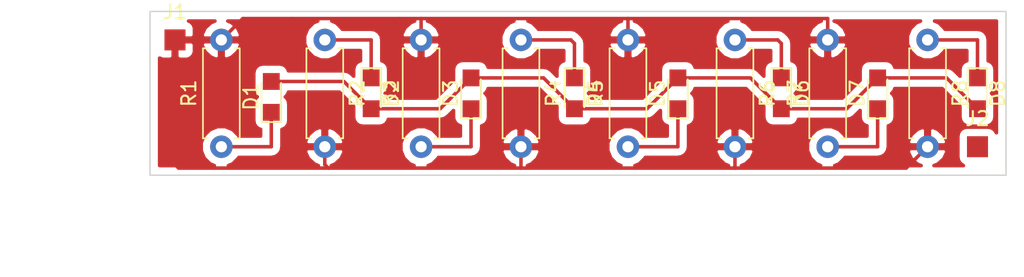
<source format=kicad_pcb>
(kicad_pcb (version 4) (host pcbnew 4.0.6-e0-6349~53~ubuntu16.04.1)

  (general
    (links 24)
    (no_connects 1)
    (area 141.154001 81.861 211.670477 101.600001)
    (thickness 1.6)
    (drawings 6)
    (tracks 53)
    (zones 0)
    (modules 18)
    (nets 11)
  )

  (page A4)
  (layers
    (0 F.Cu signal)
    (31 B.Cu signal)
    (32 B.Adhes user)
    (33 F.Adhes user)
    (34 B.Paste user)
    (35 F.Paste user)
    (36 B.SilkS user)
    (37 F.SilkS user)
    (38 B.Mask user)
    (39 F.Mask user)
    (40 Dwgs.User user)
    (41 Cmts.User user)
    (42 Eco1.User user)
    (43 Eco2.User user)
    (44 Edge.Cuts user)
    (45 Margin user)
    (46 B.CrtYd user)
    (47 F.CrtYd user)
    (48 B.Fab user)
    (49 F.Fab user)
  )

  (setup
    (last_trace_width 0.25)
    (trace_clearance 0.2)
    (zone_clearance 0.508)
    (zone_45_only no)
    (trace_min 0.2)
    (segment_width 0.2)
    (edge_width 0.1)
    (via_size 0.6)
    (via_drill 0.4)
    (via_min_size 0.4)
    (via_min_drill 0.3)
    (uvia_size 0.3)
    (uvia_drill 0.1)
    (uvias_allowed no)
    (uvia_min_size 0.2)
    (uvia_min_drill 0.1)
    (pcb_text_width 0.3)
    (pcb_text_size 1.5 1.5)
    (mod_edge_width 0.15)
    (mod_text_size 1 1)
    (mod_text_width 0.15)
    (pad_size 1.5 1.5)
    (pad_drill 0.6)
    (pad_to_mask_clearance 0)
    (aux_axis_origin 0 0)
    (visible_elements FFFFFF7F)
    (pcbplotparams
      (layerselection 0x00030_80000001)
      (usegerberextensions false)
      (excludeedgelayer true)
      (linewidth 0.100000)
      (plotframeref false)
      (viasonmask false)
      (mode 1)
      (useauxorigin false)
      (hpglpennumber 1)
      (hpglpenspeed 20)
      (hpglpendiameter 15)
      (hpglpenoverlay 2)
      (psnegative false)
      (psa4output false)
      (plotreference true)
      (plotvalue true)
      (plotinvisibletext false)
      (padsonsilk false)
      (subtractmaskfromsilk false)
      (outputformat 1)
      (mirror false)
      (drillshape 1)
      (scaleselection 1)
      (outputdirectory ""))
  )

  (net 0 "")
  (net 1 "Net-(D1-Pad1)")
  (net 2 "Net-(D2-Pad1)")
  (net 3 "Net-(D3-Pad1)")
  (net 4 "Net-(D4-Pad1)")
  (net 5 "Net-(D5-Pad1)")
  (net 6 "Net-(D6-Pad1)")
  (net 7 "Net-(D7-Pad1)")
  (net 8 "Net-(D8-Pad1)")
  (net 9 GNDREF)
  (net 10 /C)

  (net_class Default "This is the default net class."
    (clearance 0.2)
    (trace_width 0.25)
    (via_dia 0.6)
    (via_drill 0.4)
    (uvia_dia 0.3)
    (uvia_drill 0.1)
    (add_net /C)
    (add_net GNDREF)
    (add_net "Net-(D1-Pad1)")
    (add_net "Net-(D2-Pad1)")
    (add_net "Net-(D3-Pad1)")
    (add_net "Net-(D4-Pad1)")
    (add_net "Net-(D5-Pad1)")
    (add_net "Net-(D6-Pad1)")
    (add_net "Net-(D7-Pad1)")
    (add_net "Net-(D8-Pad1)")
  )

  (module LEDs:LED_0805 (layer F.Cu) (tedit 57FE93EC) (tstamp 58E1FC1E)
    (at 157.988 88.9 90)
    (descr "LED 0805 smd package")
    (tags "LED led 0805 SMD smd SMT smt smdled SMDLED smtled SMTLED")
    (path /58DE35E1)
    (attr smd)
    (fp_text reference D1 (at 0 -1.45 90) (layer F.SilkS)
      (effects (font (size 1 1) (thickness 0.15)))
    )
    (fp_text value LED (at 0 1.55 90) (layer F.Fab)
      (effects (font (size 1 1) (thickness 0.15)))
    )
    (fp_line (start -1.8 -0.7) (end -1.8 0.7) (layer F.SilkS) (width 0.12))
    (fp_line (start -0.4 -0.4) (end -0.4 0.4) (layer F.Fab) (width 0.1))
    (fp_line (start -0.4 0) (end 0.2 -0.4) (layer F.Fab) (width 0.1))
    (fp_line (start 0.2 0.4) (end -0.4 0) (layer F.Fab) (width 0.1))
    (fp_line (start 0.2 -0.4) (end 0.2 0.4) (layer F.Fab) (width 0.1))
    (fp_line (start 1 0.6) (end -1 0.6) (layer F.Fab) (width 0.1))
    (fp_line (start 1 -0.6) (end 1 0.6) (layer F.Fab) (width 0.1))
    (fp_line (start -1 -0.6) (end 1 -0.6) (layer F.Fab) (width 0.1))
    (fp_line (start -1 0.6) (end -1 -0.6) (layer F.Fab) (width 0.1))
    (fp_line (start -1.8 0.7) (end 1 0.7) (layer F.SilkS) (width 0.12))
    (fp_line (start -1.8 -0.7) (end 1 -0.7) (layer F.SilkS) (width 0.12))
    (fp_line (start 1.95 -0.85) (end 1.95 0.85) (layer F.CrtYd) (width 0.05))
    (fp_line (start 1.95 0.85) (end -1.95 0.85) (layer F.CrtYd) (width 0.05))
    (fp_line (start -1.95 0.85) (end -1.95 -0.85) (layer F.CrtYd) (width 0.05))
    (fp_line (start -1.95 -0.85) (end 1.95 -0.85) (layer F.CrtYd) (width 0.05))
    (pad 2 smd rect (at 1.1 0 270) (size 1.2 1.2) (layers F.Cu F.Paste F.Mask)
      (net 10 /C))
    (pad 1 smd rect (at -1.1 0 270) (size 1.2 1.2) (layers F.Cu F.Paste F.Mask)
      (net 1 "Net-(D1-Pad1)"))
    (model LEDs.3dshapes/LED_0805.wrl
      (at (xyz 0 0 0))
      (scale (xyz 1 1 1))
      (rotate (xyz 0 0 180))
    )
  )

  (module LEDs:LED_0805 (layer F.Cu) (tedit 57FE93EC) (tstamp 58E1FC24)
    (at 165.1 88.646 270)
    (descr "LED 0805 smd package")
    (tags "LED led 0805 SMD smd SMT smt smdled SMDLED smtled SMTLED")
    (path /58DE3707)
    (attr smd)
    (fp_text reference D2 (at 0 -1.45 270) (layer F.SilkS)
      (effects (font (size 1 1) (thickness 0.15)))
    )
    (fp_text value LED (at 0 1.55 270) (layer F.Fab)
      (effects (font (size 1 1) (thickness 0.15)))
    )
    (fp_line (start -1.8 -0.7) (end -1.8 0.7) (layer F.SilkS) (width 0.12))
    (fp_line (start -0.4 -0.4) (end -0.4 0.4) (layer F.Fab) (width 0.1))
    (fp_line (start -0.4 0) (end 0.2 -0.4) (layer F.Fab) (width 0.1))
    (fp_line (start 0.2 0.4) (end -0.4 0) (layer F.Fab) (width 0.1))
    (fp_line (start 0.2 -0.4) (end 0.2 0.4) (layer F.Fab) (width 0.1))
    (fp_line (start 1 0.6) (end -1 0.6) (layer F.Fab) (width 0.1))
    (fp_line (start 1 -0.6) (end 1 0.6) (layer F.Fab) (width 0.1))
    (fp_line (start -1 -0.6) (end 1 -0.6) (layer F.Fab) (width 0.1))
    (fp_line (start -1 0.6) (end -1 -0.6) (layer F.Fab) (width 0.1))
    (fp_line (start -1.8 0.7) (end 1 0.7) (layer F.SilkS) (width 0.12))
    (fp_line (start -1.8 -0.7) (end 1 -0.7) (layer F.SilkS) (width 0.12))
    (fp_line (start 1.95 -0.85) (end 1.95 0.85) (layer F.CrtYd) (width 0.05))
    (fp_line (start 1.95 0.85) (end -1.95 0.85) (layer F.CrtYd) (width 0.05))
    (fp_line (start -1.95 0.85) (end -1.95 -0.85) (layer F.CrtYd) (width 0.05))
    (fp_line (start -1.95 -0.85) (end 1.95 -0.85) (layer F.CrtYd) (width 0.05))
    (pad 2 smd rect (at 1.1 0 90) (size 1.2 1.2) (layers F.Cu F.Paste F.Mask)
      (net 10 /C))
    (pad 1 smd rect (at -1.1 0 90) (size 1.2 1.2) (layers F.Cu F.Paste F.Mask)
      (net 2 "Net-(D2-Pad1)"))
    (model LEDs.3dshapes/LED_0805.wrl
      (at (xyz 0 0 0))
      (scale (xyz 1 1 1))
      (rotate (xyz 0 0 180))
    )
  )

  (module LEDs:LED_0805 (layer F.Cu) (tedit 57FE93EC) (tstamp 58E1FC2A)
    (at 172.212 88.646 90)
    (descr "LED 0805 smd package")
    (tags "LED led 0805 SMD smd SMT smt smdled SMDLED smtled SMTLED")
    (path /58DE3788)
    (attr smd)
    (fp_text reference D3 (at 0 -1.45 90) (layer F.SilkS)
      (effects (font (size 1 1) (thickness 0.15)))
    )
    (fp_text value LED (at 0 1.55 90) (layer F.Fab)
      (effects (font (size 1 1) (thickness 0.15)))
    )
    (fp_line (start -1.8 -0.7) (end -1.8 0.7) (layer F.SilkS) (width 0.12))
    (fp_line (start -0.4 -0.4) (end -0.4 0.4) (layer F.Fab) (width 0.1))
    (fp_line (start -0.4 0) (end 0.2 -0.4) (layer F.Fab) (width 0.1))
    (fp_line (start 0.2 0.4) (end -0.4 0) (layer F.Fab) (width 0.1))
    (fp_line (start 0.2 -0.4) (end 0.2 0.4) (layer F.Fab) (width 0.1))
    (fp_line (start 1 0.6) (end -1 0.6) (layer F.Fab) (width 0.1))
    (fp_line (start 1 -0.6) (end 1 0.6) (layer F.Fab) (width 0.1))
    (fp_line (start -1 -0.6) (end 1 -0.6) (layer F.Fab) (width 0.1))
    (fp_line (start -1 0.6) (end -1 -0.6) (layer F.Fab) (width 0.1))
    (fp_line (start -1.8 0.7) (end 1 0.7) (layer F.SilkS) (width 0.12))
    (fp_line (start -1.8 -0.7) (end 1 -0.7) (layer F.SilkS) (width 0.12))
    (fp_line (start 1.95 -0.85) (end 1.95 0.85) (layer F.CrtYd) (width 0.05))
    (fp_line (start 1.95 0.85) (end -1.95 0.85) (layer F.CrtYd) (width 0.05))
    (fp_line (start -1.95 0.85) (end -1.95 -0.85) (layer F.CrtYd) (width 0.05))
    (fp_line (start -1.95 -0.85) (end 1.95 -0.85) (layer F.CrtYd) (width 0.05))
    (pad 2 smd rect (at 1.1 0 270) (size 1.2 1.2) (layers F.Cu F.Paste F.Mask)
      (net 10 /C))
    (pad 1 smd rect (at -1.1 0 270) (size 1.2 1.2) (layers F.Cu F.Paste F.Mask)
      (net 3 "Net-(D3-Pad1)"))
    (model LEDs.3dshapes/LED_0805.wrl
      (at (xyz 0 0 0))
      (scale (xyz 1 1 1))
      (rotate (xyz 0 0 180))
    )
  )

  (module LEDs:LED_0805 (layer F.Cu) (tedit 57FE93EC) (tstamp 58E1FC30)
    (at 179.578 88.646 270)
    (descr "LED 0805 smd package")
    (tags "LED led 0805 SMD smd SMT smt smdled SMDLED smtled SMTLED")
    (path /58DE378E)
    (attr smd)
    (fp_text reference D4 (at 0 -1.45 270) (layer F.SilkS)
      (effects (font (size 1 1) (thickness 0.15)))
    )
    (fp_text value LED (at 0 1.55 270) (layer F.Fab)
      (effects (font (size 1 1) (thickness 0.15)))
    )
    (fp_line (start -1.8 -0.7) (end -1.8 0.7) (layer F.SilkS) (width 0.12))
    (fp_line (start -0.4 -0.4) (end -0.4 0.4) (layer F.Fab) (width 0.1))
    (fp_line (start -0.4 0) (end 0.2 -0.4) (layer F.Fab) (width 0.1))
    (fp_line (start 0.2 0.4) (end -0.4 0) (layer F.Fab) (width 0.1))
    (fp_line (start 0.2 -0.4) (end 0.2 0.4) (layer F.Fab) (width 0.1))
    (fp_line (start 1 0.6) (end -1 0.6) (layer F.Fab) (width 0.1))
    (fp_line (start 1 -0.6) (end 1 0.6) (layer F.Fab) (width 0.1))
    (fp_line (start -1 -0.6) (end 1 -0.6) (layer F.Fab) (width 0.1))
    (fp_line (start -1 0.6) (end -1 -0.6) (layer F.Fab) (width 0.1))
    (fp_line (start -1.8 0.7) (end 1 0.7) (layer F.SilkS) (width 0.12))
    (fp_line (start -1.8 -0.7) (end 1 -0.7) (layer F.SilkS) (width 0.12))
    (fp_line (start 1.95 -0.85) (end 1.95 0.85) (layer F.CrtYd) (width 0.05))
    (fp_line (start 1.95 0.85) (end -1.95 0.85) (layer F.CrtYd) (width 0.05))
    (fp_line (start -1.95 0.85) (end -1.95 -0.85) (layer F.CrtYd) (width 0.05))
    (fp_line (start -1.95 -0.85) (end 1.95 -0.85) (layer F.CrtYd) (width 0.05))
    (pad 2 smd rect (at 1.1 0 90) (size 1.2 1.2) (layers F.Cu F.Paste F.Mask)
      (net 10 /C))
    (pad 1 smd rect (at -1.1 0 90) (size 1.2 1.2) (layers F.Cu F.Paste F.Mask)
      (net 4 "Net-(D4-Pad1)"))
    (model LEDs.3dshapes/LED_0805.wrl
      (at (xyz 0 0 0))
      (scale (xyz 1 1 1))
      (rotate (xyz 0 0 180))
    )
  )

  (module LEDs:LED_0805 (layer F.Cu) (tedit 57FE93EC) (tstamp 58E1FC36)
    (at 186.944 88.646 90)
    (descr "LED 0805 smd package")
    (tags "LED led 0805 SMD smd SMT smt smdled SMDLED smtled SMTLED")
    (path /58DE38CC)
    (attr smd)
    (fp_text reference D5 (at 0 -1.45 90) (layer F.SilkS)
      (effects (font (size 1 1) (thickness 0.15)))
    )
    (fp_text value LED (at 0 1.55 90) (layer F.Fab)
      (effects (font (size 1 1) (thickness 0.15)))
    )
    (fp_line (start -1.8 -0.7) (end -1.8 0.7) (layer F.SilkS) (width 0.12))
    (fp_line (start -0.4 -0.4) (end -0.4 0.4) (layer F.Fab) (width 0.1))
    (fp_line (start -0.4 0) (end 0.2 -0.4) (layer F.Fab) (width 0.1))
    (fp_line (start 0.2 0.4) (end -0.4 0) (layer F.Fab) (width 0.1))
    (fp_line (start 0.2 -0.4) (end 0.2 0.4) (layer F.Fab) (width 0.1))
    (fp_line (start 1 0.6) (end -1 0.6) (layer F.Fab) (width 0.1))
    (fp_line (start 1 -0.6) (end 1 0.6) (layer F.Fab) (width 0.1))
    (fp_line (start -1 -0.6) (end 1 -0.6) (layer F.Fab) (width 0.1))
    (fp_line (start -1 0.6) (end -1 -0.6) (layer F.Fab) (width 0.1))
    (fp_line (start -1.8 0.7) (end 1 0.7) (layer F.SilkS) (width 0.12))
    (fp_line (start -1.8 -0.7) (end 1 -0.7) (layer F.SilkS) (width 0.12))
    (fp_line (start 1.95 -0.85) (end 1.95 0.85) (layer F.CrtYd) (width 0.05))
    (fp_line (start 1.95 0.85) (end -1.95 0.85) (layer F.CrtYd) (width 0.05))
    (fp_line (start -1.95 0.85) (end -1.95 -0.85) (layer F.CrtYd) (width 0.05))
    (fp_line (start -1.95 -0.85) (end 1.95 -0.85) (layer F.CrtYd) (width 0.05))
    (pad 2 smd rect (at 1.1 0 270) (size 1.2 1.2) (layers F.Cu F.Paste F.Mask)
      (net 10 /C))
    (pad 1 smd rect (at -1.1 0 270) (size 1.2 1.2) (layers F.Cu F.Paste F.Mask)
      (net 5 "Net-(D5-Pad1)"))
    (model LEDs.3dshapes/LED_0805.wrl
      (at (xyz 0 0 0))
      (scale (xyz 1 1 1))
      (rotate (xyz 0 0 180))
    )
  )

  (module LEDs:LED_0805 (layer F.Cu) (tedit 57FE93EC) (tstamp 58E1FC3C)
    (at 194.31 88.646 270)
    (descr "LED 0805 smd package")
    (tags "LED led 0805 SMD smd SMT smt smdled SMDLED smtled SMTLED")
    (path /58DE38D2)
    (attr smd)
    (fp_text reference D6 (at 0 -1.45 270) (layer F.SilkS)
      (effects (font (size 1 1) (thickness 0.15)))
    )
    (fp_text value LED (at 0 1.55 270) (layer F.Fab)
      (effects (font (size 1 1) (thickness 0.15)))
    )
    (fp_line (start -1.8 -0.7) (end -1.8 0.7) (layer F.SilkS) (width 0.12))
    (fp_line (start -0.4 -0.4) (end -0.4 0.4) (layer F.Fab) (width 0.1))
    (fp_line (start -0.4 0) (end 0.2 -0.4) (layer F.Fab) (width 0.1))
    (fp_line (start 0.2 0.4) (end -0.4 0) (layer F.Fab) (width 0.1))
    (fp_line (start 0.2 -0.4) (end 0.2 0.4) (layer F.Fab) (width 0.1))
    (fp_line (start 1 0.6) (end -1 0.6) (layer F.Fab) (width 0.1))
    (fp_line (start 1 -0.6) (end 1 0.6) (layer F.Fab) (width 0.1))
    (fp_line (start -1 -0.6) (end 1 -0.6) (layer F.Fab) (width 0.1))
    (fp_line (start -1 0.6) (end -1 -0.6) (layer F.Fab) (width 0.1))
    (fp_line (start -1.8 0.7) (end 1 0.7) (layer F.SilkS) (width 0.12))
    (fp_line (start -1.8 -0.7) (end 1 -0.7) (layer F.SilkS) (width 0.12))
    (fp_line (start 1.95 -0.85) (end 1.95 0.85) (layer F.CrtYd) (width 0.05))
    (fp_line (start 1.95 0.85) (end -1.95 0.85) (layer F.CrtYd) (width 0.05))
    (fp_line (start -1.95 0.85) (end -1.95 -0.85) (layer F.CrtYd) (width 0.05))
    (fp_line (start -1.95 -0.85) (end 1.95 -0.85) (layer F.CrtYd) (width 0.05))
    (pad 2 smd rect (at 1.1 0 90) (size 1.2 1.2) (layers F.Cu F.Paste F.Mask)
      (net 10 /C))
    (pad 1 smd rect (at -1.1 0 90) (size 1.2 1.2) (layers F.Cu F.Paste F.Mask)
      (net 6 "Net-(D6-Pad1)"))
    (model LEDs.3dshapes/LED_0805.wrl
      (at (xyz 0 0 0))
      (scale (xyz 1 1 1))
      (rotate (xyz 0 0 180))
    )
  )

  (module LEDs:LED_0805 (layer F.Cu) (tedit 57FE93EC) (tstamp 58E1FC42)
    (at 201.168 88.646 90)
    (descr "LED 0805 smd package")
    (tags "LED led 0805 SMD smd SMT smt smdled SMDLED smtled SMTLED")
    (path /58DE38D8)
    (attr smd)
    (fp_text reference D7 (at 0 -1.45 90) (layer F.SilkS)
      (effects (font (size 1 1) (thickness 0.15)))
    )
    (fp_text value LED (at 0 1.55 90) (layer F.Fab)
      (effects (font (size 1 1) (thickness 0.15)))
    )
    (fp_line (start -1.8 -0.7) (end -1.8 0.7) (layer F.SilkS) (width 0.12))
    (fp_line (start -0.4 -0.4) (end -0.4 0.4) (layer F.Fab) (width 0.1))
    (fp_line (start -0.4 0) (end 0.2 -0.4) (layer F.Fab) (width 0.1))
    (fp_line (start 0.2 0.4) (end -0.4 0) (layer F.Fab) (width 0.1))
    (fp_line (start 0.2 -0.4) (end 0.2 0.4) (layer F.Fab) (width 0.1))
    (fp_line (start 1 0.6) (end -1 0.6) (layer F.Fab) (width 0.1))
    (fp_line (start 1 -0.6) (end 1 0.6) (layer F.Fab) (width 0.1))
    (fp_line (start -1 -0.6) (end 1 -0.6) (layer F.Fab) (width 0.1))
    (fp_line (start -1 0.6) (end -1 -0.6) (layer F.Fab) (width 0.1))
    (fp_line (start -1.8 0.7) (end 1 0.7) (layer F.SilkS) (width 0.12))
    (fp_line (start -1.8 -0.7) (end 1 -0.7) (layer F.SilkS) (width 0.12))
    (fp_line (start 1.95 -0.85) (end 1.95 0.85) (layer F.CrtYd) (width 0.05))
    (fp_line (start 1.95 0.85) (end -1.95 0.85) (layer F.CrtYd) (width 0.05))
    (fp_line (start -1.95 0.85) (end -1.95 -0.85) (layer F.CrtYd) (width 0.05))
    (fp_line (start -1.95 -0.85) (end 1.95 -0.85) (layer F.CrtYd) (width 0.05))
    (pad 2 smd rect (at 1.1 0 270) (size 1.2 1.2) (layers F.Cu F.Paste F.Mask)
      (net 10 /C))
    (pad 1 smd rect (at -1.1 0 270) (size 1.2 1.2) (layers F.Cu F.Paste F.Mask)
      (net 7 "Net-(D7-Pad1)"))
    (model LEDs.3dshapes/LED_0805.wrl
      (at (xyz 0 0 0))
      (scale (xyz 1 1 1))
      (rotate (xyz 0 0 180))
    )
  )

  (module LEDs:LED_0805 (layer F.Cu) (tedit 57FE93EC) (tstamp 58E1FC48)
    (at 208.28 88.646 270)
    (descr "LED 0805 smd package")
    (tags "LED led 0805 SMD smd SMT smt smdled SMDLED smtled SMTLED")
    (path /58DE38DE)
    (attr smd)
    (fp_text reference D8 (at 0 -1.45 270) (layer F.SilkS)
      (effects (font (size 1 1) (thickness 0.15)))
    )
    (fp_text value LED (at 0 1.55 270) (layer F.Fab)
      (effects (font (size 1 1) (thickness 0.15)))
    )
    (fp_line (start -1.8 -0.7) (end -1.8 0.7) (layer F.SilkS) (width 0.12))
    (fp_line (start -0.4 -0.4) (end -0.4 0.4) (layer F.Fab) (width 0.1))
    (fp_line (start -0.4 0) (end 0.2 -0.4) (layer F.Fab) (width 0.1))
    (fp_line (start 0.2 0.4) (end -0.4 0) (layer F.Fab) (width 0.1))
    (fp_line (start 0.2 -0.4) (end 0.2 0.4) (layer F.Fab) (width 0.1))
    (fp_line (start 1 0.6) (end -1 0.6) (layer F.Fab) (width 0.1))
    (fp_line (start 1 -0.6) (end 1 0.6) (layer F.Fab) (width 0.1))
    (fp_line (start -1 -0.6) (end 1 -0.6) (layer F.Fab) (width 0.1))
    (fp_line (start -1 0.6) (end -1 -0.6) (layer F.Fab) (width 0.1))
    (fp_line (start -1.8 0.7) (end 1 0.7) (layer F.SilkS) (width 0.12))
    (fp_line (start -1.8 -0.7) (end 1 -0.7) (layer F.SilkS) (width 0.12))
    (fp_line (start 1.95 -0.85) (end 1.95 0.85) (layer F.CrtYd) (width 0.05))
    (fp_line (start 1.95 0.85) (end -1.95 0.85) (layer F.CrtYd) (width 0.05))
    (fp_line (start -1.95 0.85) (end -1.95 -0.85) (layer F.CrtYd) (width 0.05))
    (fp_line (start -1.95 -0.85) (end 1.95 -0.85) (layer F.CrtYd) (width 0.05))
    (pad 2 smd rect (at 1.1 0 90) (size 1.2 1.2) (layers F.Cu F.Paste F.Mask)
      (net 10 /C))
    (pad 1 smd rect (at -1.1 0 90) (size 1.2 1.2) (layers F.Cu F.Paste F.Mask)
      (net 8 "Net-(D8-Pad1)"))
    (model LEDs.3dshapes/LED_0805.wrl
      (at (xyz 0 0 0))
      (scale (xyz 1 1 1))
      (rotate (xyz 0 0 180))
    )
  )

  (module Measurement_Points:Measurement_Point_Square-SMD-Pad_Small (layer F.Cu) (tedit 56C36007) (tstamp 58E1FC4D)
    (at 151.13 84.836)
    (descr "Mesurement Point, Square, SMD Pad,  1.5mm x 1.5mm,")
    (tags "Mesurement Point Square SMD Pad 1.5x1.5mm")
    (path /58DF58BA)
    (attr virtual)
    (fp_text reference J1 (at 0 -2) (layer F.SilkS)
      (effects (font (size 1 1) (thickness 0.15)))
    )
    (fp_text value Rows (at 0 2) (layer F.Fab)
      (effects (font (size 1 1) (thickness 0.15)))
    )
    (fp_line (start -1 -1) (end 1 -1) (layer F.CrtYd) (width 0.05))
    (fp_line (start 1 -1) (end 1 1) (layer F.CrtYd) (width 0.05))
    (fp_line (start 1 1) (end -1 1) (layer F.CrtYd) (width 0.05))
    (fp_line (start -1 1) (end -1 -1) (layer F.CrtYd) (width 0.05))
    (pad 1 smd rect (at 0 0) (size 1.5 1.5) (layers F.Cu F.Mask)
      (net 9 GNDREF))
  )

  (module Measurement_Points:Measurement_Point_Square-SMD-Pad_Small (layer F.Cu) (tedit 56C36007) (tstamp 58E1FC52)
    (at 208.28 92.456)
    (descr "Mesurement Point, Square, SMD Pad,  1.5mm x 1.5mm,")
    (tags "Mesurement Point Square SMD Pad 1.5x1.5mm")
    (path /58DF592F)
    (attr virtual)
    (fp_text reference J2 (at 0 -2) (layer F.SilkS)
      (effects (font (size 1 1) (thickness 0.15)))
    )
    (fp_text value Columns (at 0 2) (layer F.Fab)
      (effects (font (size 1 1) (thickness 0.15)))
    )
    (fp_line (start -1 -1) (end 1 -1) (layer F.CrtYd) (width 0.05))
    (fp_line (start 1 -1) (end 1 1) (layer F.CrtYd) (width 0.05))
    (fp_line (start 1 1) (end -1 1) (layer F.CrtYd) (width 0.05))
    (fp_line (start -1 1) (end -1 -1) (layer F.CrtYd) (width 0.05))
    (pad 1 smd rect (at 0 0) (size 1.5 1.5) (layers F.Cu F.Mask)
      (net 10 /C))
  )

  (module Resistors_THT:R_Axial_DIN0207_L6.3mm_D2.5mm_P7.62mm_Horizontal (layer F.Cu) (tedit 5874F706) (tstamp 58E1FC58)
    (at 154.432 92.456 90)
    (descr "Resistor, Axial_DIN0207 series, Axial, Horizontal, pin pitch=7.62mm, 0.25W = 1/4W, length*diameter=6.3*2.5mm^2, http://cdn-reichelt.de/documents/datenblatt/B400/1_4W%23YAG.pdf")
    (tags "Resistor Axial_DIN0207 series Axial Horizontal pin pitch 7.62mm 0.25W = 1/4W length 6.3mm diameter 2.5mm")
    (path /58DF6766)
    (fp_text reference R1 (at 3.81 -2.31 90) (layer F.SilkS)
      (effects (font (size 1 1) (thickness 0.15)))
    )
    (fp_text value 37 (at 3.81 2.31 90) (layer F.Fab)
      (effects (font (size 1 1) (thickness 0.15)))
    )
    (fp_line (start 0.66 -1.25) (end 0.66 1.25) (layer F.Fab) (width 0.1))
    (fp_line (start 0.66 1.25) (end 6.96 1.25) (layer F.Fab) (width 0.1))
    (fp_line (start 6.96 1.25) (end 6.96 -1.25) (layer F.Fab) (width 0.1))
    (fp_line (start 6.96 -1.25) (end 0.66 -1.25) (layer F.Fab) (width 0.1))
    (fp_line (start 0 0) (end 0.66 0) (layer F.Fab) (width 0.1))
    (fp_line (start 7.62 0) (end 6.96 0) (layer F.Fab) (width 0.1))
    (fp_line (start 0.6 -0.98) (end 0.6 -1.31) (layer F.SilkS) (width 0.12))
    (fp_line (start 0.6 -1.31) (end 7.02 -1.31) (layer F.SilkS) (width 0.12))
    (fp_line (start 7.02 -1.31) (end 7.02 -0.98) (layer F.SilkS) (width 0.12))
    (fp_line (start 0.6 0.98) (end 0.6 1.31) (layer F.SilkS) (width 0.12))
    (fp_line (start 0.6 1.31) (end 7.02 1.31) (layer F.SilkS) (width 0.12))
    (fp_line (start 7.02 1.31) (end 7.02 0.98) (layer F.SilkS) (width 0.12))
    (fp_line (start -1.05 -1.6) (end -1.05 1.6) (layer F.CrtYd) (width 0.05))
    (fp_line (start -1.05 1.6) (end 8.7 1.6) (layer F.CrtYd) (width 0.05))
    (fp_line (start 8.7 1.6) (end 8.7 -1.6) (layer F.CrtYd) (width 0.05))
    (fp_line (start 8.7 -1.6) (end -1.05 -1.6) (layer F.CrtYd) (width 0.05))
    (pad 1 thru_hole circle (at 0 0 90) (size 1.6 1.6) (drill 0.8) (layers *.Cu *.Mask)
      (net 1 "Net-(D1-Pad1)"))
    (pad 2 thru_hole oval (at 7.62 0 90) (size 1.6 1.6) (drill 0.8) (layers *.Cu *.Mask)
      (net 9 GNDREF))
    (model Resistors_THT.3dshapes/R_Axial_DIN0207_L6.3mm_D2.5mm_P7.62mm_Horizontal.wrl
      (at (xyz 0 0 0))
      (scale (xyz 0.393701 0.393701 0.393701))
      (rotate (xyz 0 0 0))
    )
  )

  (module Resistors_THT:R_Axial_DIN0207_L6.3mm_D2.5mm_P7.62mm_Horizontal (layer F.Cu) (tedit 5874F706) (tstamp 58E1FC5E)
    (at 161.798 84.836 270)
    (descr "Resistor, Axial_DIN0207 series, Axial, Horizontal, pin pitch=7.62mm, 0.25W = 1/4W, length*diameter=6.3*2.5mm^2, http://cdn-reichelt.de/documents/datenblatt/B400/1_4W%23YAG.pdf")
    (tags "Resistor Axial_DIN0207 series Axial Horizontal pin pitch 7.62mm 0.25W = 1/4W length 6.3mm diameter 2.5mm")
    (path /58DF6ACF)
    (fp_text reference R2 (at 3.81 -2.31 270) (layer F.SilkS)
      (effects (font (size 1 1) (thickness 0.15)))
    )
    (fp_text value 37 (at 3.81 2.31 270) (layer F.Fab)
      (effects (font (size 1 1) (thickness 0.15)))
    )
    (fp_line (start 0.66 -1.25) (end 0.66 1.25) (layer F.Fab) (width 0.1))
    (fp_line (start 0.66 1.25) (end 6.96 1.25) (layer F.Fab) (width 0.1))
    (fp_line (start 6.96 1.25) (end 6.96 -1.25) (layer F.Fab) (width 0.1))
    (fp_line (start 6.96 -1.25) (end 0.66 -1.25) (layer F.Fab) (width 0.1))
    (fp_line (start 0 0) (end 0.66 0) (layer F.Fab) (width 0.1))
    (fp_line (start 7.62 0) (end 6.96 0) (layer F.Fab) (width 0.1))
    (fp_line (start 0.6 -0.98) (end 0.6 -1.31) (layer F.SilkS) (width 0.12))
    (fp_line (start 0.6 -1.31) (end 7.02 -1.31) (layer F.SilkS) (width 0.12))
    (fp_line (start 7.02 -1.31) (end 7.02 -0.98) (layer F.SilkS) (width 0.12))
    (fp_line (start 0.6 0.98) (end 0.6 1.31) (layer F.SilkS) (width 0.12))
    (fp_line (start 0.6 1.31) (end 7.02 1.31) (layer F.SilkS) (width 0.12))
    (fp_line (start 7.02 1.31) (end 7.02 0.98) (layer F.SilkS) (width 0.12))
    (fp_line (start -1.05 -1.6) (end -1.05 1.6) (layer F.CrtYd) (width 0.05))
    (fp_line (start -1.05 1.6) (end 8.7 1.6) (layer F.CrtYd) (width 0.05))
    (fp_line (start 8.7 1.6) (end 8.7 -1.6) (layer F.CrtYd) (width 0.05))
    (fp_line (start 8.7 -1.6) (end -1.05 -1.6) (layer F.CrtYd) (width 0.05))
    (pad 1 thru_hole circle (at 0 0 270) (size 1.6 1.6) (drill 0.8) (layers *.Cu *.Mask)
      (net 2 "Net-(D2-Pad1)"))
    (pad 2 thru_hole oval (at 7.62 0 270) (size 1.6 1.6) (drill 0.8) (layers *.Cu *.Mask)
      (net 9 GNDREF))
    (model Resistors_THT.3dshapes/R_Axial_DIN0207_L6.3mm_D2.5mm_P7.62mm_Horizontal.wrl
      (at (xyz 0 0 0))
      (scale (xyz 0.393701 0.393701 0.393701))
      (rotate (xyz 0 0 0))
    )
  )

  (module Resistors_THT:R_Axial_DIN0207_L6.3mm_D2.5mm_P7.62mm_Horizontal (layer F.Cu) (tedit 5874F706) (tstamp 58E1FC64)
    (at 168.656 92.456 90)
    (descr "Resistor, Axial_DIN0207 series, Axial, Horizontal, pin pitch=7.62mm, 0.25W = 1/4W, length*diameter=6.3*2.5mm^2, http://cdn-reichelt.de/documents/datenblatt/B400/1_4W%23YAG.pdf")
    (tags "Resistor Axial_DIN0207 series Axial Horizontal pin pitch 7.62mm 0.25W = 1/4W length 6.3mm diameter 2.5mm")
    (path /58DF73C1)
    (fp_text reference R3 (at 3.81 -2.31 90) (layer F.SilkS)
      (effects (font (size 1 1) (thickness 0.15)))
    )
    (fp_text value 37 (at 3.81 2.31 90) (layer F.Fab)
      (effects (font (size 1 1) (thickness 0.15)))
    )
    (fp_line (start 0.66 -1.25) (end 0.66 1.25) (layer F.Fab) (width 0.1))
    (fp_line (start 0.66 1.25) (end 6.96 1.25) (layer F.Fab) (width 0.1))
    (fp_line (start 6.96 1.25) (end 6.96 -1.25) (layer F.Fab) (width 0.1))
    (fp_line (start 6.96 -1.25) (end 0.66 -1.25) (layer F.Fab) (width 0.1))
    (fp_line (start 0 0) (end 0.66 0) (layer F.Fab) (width 0.1))
    (fp_line (start 7.62 0) (end 6.96 0) (layer F.Fab) (width 0.1))
    (fp_line (start 0.6 -0.98) (end 0.6 -1.31) (layer F.SilkS) (width 0.12))
    (fp_line (start 0.6 -1.31) (end 7.02 -1.31) (layer F.SilkS) (width 0.12))
    (fp_line (start 7.02 -1.31) (end 7.02 -0.98) (layer F.SilkS) (width 0.12))
    (fp_line (start 0.6 0.98) (end 0.6 1.31) (layer F.SilkS) (width 0.12))
    (fp_line (start 0.6 1.31) (end 7.02 1.31) (layer F.SilkS) (width 0.12))
    (fp_line (start 7.02 1.31) (end 7.02 0.98) (layer F.SilkS) (width 0.12))
    (fp_line (start -1.05 -1.6) (end -1.05 1.6) (layer F.CrtYd) (width 0.05))
    (fp_line (start -1.05 1.6) (end 8.7 1.6) (layer F.CrtYd) (width 0.05))
    (fp_line (start 8.7 1.6) (end 8.7 -1.6) (layer F.CrtYd) (width 0.05))
    (fp_line (start 8.7 -1.6) (end -1.05 -1.6) (layer F.CrtYd) (width 0.05))
    (pad 1 thru_hole circle (at 0 0 90) (size 1.6 1.6) (drill 0.8) (layers *.Cu *.Mask)
      (net 3 "Net-(D3-Pad1)"))
    (pad 2 thru_hole oval (at 7.62 0 90) (size 1.6 1.6) (drill 0.8) (layers *.Cu *.Mask)
      (net 9 GNDREF))
    (model Resistors_THT.3dshapes/R_Axial_DIN0207_L6.3mm_D2.5mm_P7.62mm_Horizontal.wrl
      (at (xyz 0 0 0))
      (scale (xyz 0.393701 0.393701 0.393701))
      (rotate (xyz 0 0 0))
    )
  )

  (module Resistors_THT:R_Axial_DIN0207_L6.3mm_D2.5mm_P7.62mm_Horizontal (layer F.Cu) (tedit 5874F706) (tstamp 58E1FC6A)
    (at 175.768 84.836 270)
    (descr "Resistor, Axial_DIN0207 series, Axial, Horizontal, pin pitch=7.62mm, 0.25W = 1/4W, length*diameter=6.3*2.5mm^2, http://cdn-reichelt.de/documents/datenblatt/B400/1_4W%23YAG.pdf")
    (tags "Resistor Axial_DIN0207 series Axial Horizontal pin pitch 7.62mm 0.25W = 1/4W length 6.3mm diameter 2.5mm")
    (path /58DF73C7)
    (fp_text reference R4 (at 3.81 -2.31 270) (layer F.SilkS)
      (effects (font (size 1 1) (thickness 0.15)))
    )
    (fp_text value 37 (at 3.81 2.31 270) (layer F.Fab)
      (effects (font (size 1 1) (thickness 0.15)))
    )
    (fp_line (start 0.66 -1.25) (end 0.66 1.25) (layer F.Fab) (width 0.1))
    (fp_line (start 0.66 1.25) (end 6.96 1.25) (layer F.Fab) (width 0.1))
    (fp_line (start 6.96 1.25) (end 6.96 -1.25) (layer F.Fab) (width 0.1))
    (fp_line (start 6.96 -1.25) (end 0.66 -1.25) (layer F.Fab) (width 0.1))
    (fp_line (start 0 0) (end 0.66 0) (layer F.Fab) (width 0.1))
    (fp_line (start 7.62 0) (end 6.96 0) (layer F.Fab) (width 0.1))
    (fp_line (start 0.6 -0.98) (end 0.6 -1.31) (layer F.SilkS) (width 0.12))
    (fp_line (start 0.6 -1.31) (end 7.02 -1.31) (layer F.SilkS) (width 0.12))
    (fp_line (start 7.02 -1.31) (end 7.02 -0.98) (layer F.SilkS) (width 0.12))
    (fp_line (start 0.6 0.98) (end 0.6 1.31) (layer F.SilkS) (width 0.12))
    (fp_line (start 0.6 1.31) (end 7.02 1.31) (layer F.SilkS) (width 0.12))
    (fp_line (start 7.02 1.31) (end 7.02 0.98) (layer F.SilkS) (width 0.12))
    (fp_line (start -1.05 -1.6) (end -1.05 1.6) (layer F.CrtYd) (width 0.05))
    (fp_line (start -1.05 1.6) (end 8.7 1.6) (layer F.CrtYd) (width 0.05))
    (fp_line (start 8.7 1.6) (end 8.7 -1.6) (layer F.CrtYd) (width 0.05))
    (fp_line (start 8.7 -1.6) (end -1.05 -1.6) (layer F.CrtYd) (width 0.05))
    (pad 1 thru_hole circle (at 0 0 270) (size 1.6 1.6) (drill 0.8) (layers *.Cu *.Mask)
      (net 4 "Net-(D4-Pad1)"))
    (pad 2 thru_hole oval (at 7.62 0 270) (size 1.6 1.6) (drill 0.8) (layers *.Cu *.Mask)
      (net 9 GNDREF))
    (model Resistors_THT.3dshapes/R_Axial_DIN0207_L6.3mm_D2.5mm_P7.62mm_Horizontal.wrl
      (at (xyz 0 0 0))
      (scale (xyz 0.393701 0.393701 0.393701))
      (rotate (xyz 0 0 0))
    )
  )

  (module Resistors_THT:R_Axial_DIN0207_L6.3mm_D2.5mm_P7.62mm_Horizontal (layer F.Cu) (tedit 5874F706) (tstamp 58E1FC70)
    (at 183.388 92.456 90)
    (descr "Resistor, Axial_DIN0207 series, Axial, Horizontal, pin pitch=7.62mm, 0.25W = 1/4W, length*diameter=6.3*2.5mm^2, http://cdn-reichelt.de/documents/datenblatt/B400/1_4W%23YAG.pdf")
    (tags "Resistor Axial_DIN0207 series Axial Horizontal pin pitch 7.62mm 0.25W = 1/4W length 6.3mm diameter 2.5mm")
    (path /58DF74D9)
    (fp_text reference R5 (at 3.81 -2.31 90) (layer F.SilkS)
      (effects (font (size 1 1) (thickness 0.15)))
    )
    (fp_text value 37 (at 3.81 2.31 90) (layer F.Fab)
      (effects (font (size 1 1) (thickness 0.15)))
    )
    (fp_line (start 0.66 -1.25) (end 0.66 1.25) (layer F.Fab) (width 0.1))
    (fp_line (start 0.66 1.25) (end 6.96 1.25) (layer F.Fab) (width 0.1))
    (fp_line (start 6.96 1.25) (end 6.96 -1.25) (layer F.Fab) (width 0.1))
    (fp_line (start 6.96 -1.25) (end 0.66 -1.25) (layer F.Fab) (width 0.1))
    (fp_line (start 0 0) (end 0.66 0) (layer F.Fab) (width 0.1))
    (fp_line (start 7.62 0) (end 6.96 0) (layer F.Fab) (width 0.1))
    (fp_line (start 0.6 -0.98) (end 0.6 -1.31) (layer F.SilkS) (width 0.12))
    (fp_line (start 0.6 -1.31) (end 7.02 -1.31) (layer F.SilkS) (width 0.12))
    (fp_line (start 7.02 -1.31) (end 7.02 -0.98) (layer F.SilkS) (width 0.12))
    (fp_line (start 0.6 0.98) (end 0.6 1.31) (layer F.SilkS) (width 0.12))
    (fp_line (start 0.6 1.31) (end 7.02 1.31) (layer F.SilkS) (width 0.12))
    (fp_line (start 7.02 1.31) (end 7.02 0.98) (layer F.SilkS) (width 0.12))
    (fp_line (start -1.05 -1.6) (end -1.05 1.6) (layer F.CrtYd) (width 0.05))
    (fp_line (start -1.05 1.6) (end 8.7 1.6) (layer F.CrtYd) (width 0.05))
    (fp_line (start 8.7 1.6) (end 8.7 -1.6) (layer F.CrtYd) (width 0.05))
    (fp_line (start 8.7 -1.6) (end -1.05 -1.6) (layer F.CrtYd) (width 0.05))
    (pad 1 thru_hole circle (at 0 0 90) (size 1.6 1.6) (drill 0.8) (layers *.Cu *.Mask)
      (net 5 "Net-(D5-Pad1)"))
    (pad 2 thru_hole oval (at 7.62 0 90) (size 1.6 1.6) (drill 0.8) (layers *.Cu *.Mask)
      (net 9 GNDREF))
    (model Resistors_THT.3dshapes/R_Axial_DIN0207_L6.3mm_D2.5mm_P7.62mm_Horizontal.wrl
      (at (xyz 0 0 0))
      (scale (xyz 0.393701 0.393701 0.393701))
      (rotate (xyz 0 0 0))
    )
  )

  (module Resistors_THT:R_Axial_DIN0207_L6.3mm_D2.5mm_P7.62mm_Horizontal (layer F.Cu) (tedit 5874F706) (tstamp 58E1FC76)
    (at 191.008 84.836 270)
    (descr "Resistor, Axial_DIN0207 series, Axial, Horizontal, pin pitch=7.62mm, 0.25W = 1/4W, length*diameter=6.3*2.5mm^2, http://cdn-reichelt.de/documents/datenblatt/B400/1_4W%23YAG.pdf")
    (tags "Resistor Axial_DIN0207 series Axial Horizontal pin pitch 7.62mm 0.25W = 1/4W length 6.3mm diameter 2.5mm")
    (path /58DF74DF)
    (fp_text reference R6 (at 3.81 -2.31 270) (layer F.SilkS)
      (effects (font (size 1 1) (thickness 0.15)))
    )
    (fp_text value 37 (at 3.81 2.31 270) (layer F.Fab)
      (effects (font (size 1 1) (thickness 0.15)))
    )
    (fp_line (start 0.66 -1.25) (end 0.66 1.25) (layer F.Fab) (width 0.1))
    (fp_line (start 0.66 1.25) (end 6.96 1.25) (layer F.Fab) (width 0.1))
    (fp_line (start 6.96 1.25) (end 6.96 -1.25) (layer F.Fab) (width 0.1))
    (fp_line (start 6.96 -1.25) (end 0.66 -1.25) (layer F.Fab) (width 0.1))
    (fp_line (start 0 0) (end 0.66 0) (layer F.Fab) (width 0.1))
    (fp_line (start 7.62 0) (end 6.96 0) (layer F.Fab) (width 0.1))
    (fp_line (start 0.6 -0.98) (end 0.6 -1.31) (layer F.SilkS) (width 0.12))
    (fp_line (start 0.6 -1.31) (end 7.02 -1.31) (layer F.SilkS) (width 0.12))
    (fp_line (start 7.02 -1.31) (end 7.02 -0.98) (layer F.SilkS) (width 0.12))
    (fp_line (start 0.6 0.98) (end 0.6 1.31) (layer F.SilkS) (width 0.12))
    (fp_line (start 0.6 1.31) (end 7.02 1.31) (layer F.SilkS) (width 0.12))
    (fp_line (start 7.02 1.31) (end 7.02 0.98) (layer F.SilkS) (width 0.12))
    (fp_line (start -1.05 -1.6) (end -1.05 1.6) (layer F.CrtYd) (width 0.05))
    (fp_line (start -1.05 1.6) (end 8.7 1.6) (layer F.CrtYd) (width 0.05))
    (fp_line (start 8.7 1.6) (end 8.7 -1.6) (layer F.CrtYd) (width 0.05))
    (fp_line (start 8.7 -1.6) (end -1.05 -1.6) (layer F.CrtYd) (width 0.05))
    (pad 1 thru_hole circle (at 0 0 270) (size 1.6 1.6) (drill 0.8) (layers *.Cu *.Mask)
      (net 6 "Net-(D6-Pad1)"))
    (pad 2 thru_hole oval (at 7.62 0 270) (size 1.6 1.6) (drill 0.8) (layers *.Cu *.Mask)
      (net 9 GNDREF))
    (model Resistors_THT.3dshapes/R_Axial_DIN0207_L6.3mm_D2.5mm_P7.62mm_Horizontal.wrl
      (at (xyz 0 0 0))
      (scale (xyz 0.393701 0.393701 0.393701))
      (rotate (xyz 0 0 0))
    )
  )

  (module Resistors_THT:R_Axial_DIN0207_L6.3mm_D2.5mm_P7.62mm_Horizontal (layer F.Cu) (tedit 5874F706) (tstamp 58E1FC7C)
    (at 197.612 92.456 90)
    (descr "Resistor, Axial_DIN0207 series, Axial, Horizontal, pin pitch=7.62mm, 0.25W = 1/4W, length*diameter=6.3*2.5mm^2, http://cdn-reichelt.de/documents/datenblatt/B400/1_4W%23YAG.pdf")
    (tags "Resistor Axial_DIN0207 series Axial Horizontal pin pitch 7.62mm 0.25W = 1/4W length 6.3mm diameter 2.5mm")
    (path /58DF74E5)
    (fp_text reference R7 (at 3.81 -2.31 90) (layer F.SilkS)
      (effects (font (size 1 1) (thickness 0.15)))
    )
    (fp_text value 37 (at 3.81 2.31 90) (layer F.Fab)
      (effects (font (size 1 1) (thickness 0.15)))
    )
    (fp_line (start 0.66 -1.25) (end 0.66 1.25) (layer F.Fab) (width 0.1))
    (fp_line (start 0.66 1.25) (end 6.96 1.25) (layer F.Fab) (width 0.1))
    (fp_line (start 6.96 1.25) (end 6.96 -1.25) (layer F.Fab) (width 0.1))
    (fp_line (start 6.96 -1.25) (end 0.66 -1.25) (layer F.Fab) (width 0.1))
    (fp_line (start 0 0) (end 0.66 0) (layer F.Fab) (width 0.1))
    (fp_line (start 7.62 0) (end 6.96 0) (layer F.Fab) (width 0.1))
    (fp_line (start 0.6 -0.98) (end 0.6 -1.31) (layer F.SilkS) (width 0.12))
    (fp_line (start 0.6 -1.31) (end 7.02 -1.31) (layer F.SilkS) (width 0.12))
    (fp_line (start 7.02 -1.31) (end 7.02 -0.98) (layer F.SilkS) (width 0.12))
    (fp_line (start 0.6 0.98) (end 0.6 1.31) (layer F.SilkS) (width 0.12))
    (fp_line (start 0.6 1.31) (end 7.02 1.31) (layer F.SilkS) (width 0.12))
    (fp_line (start 7.02 1.31) (end 7.02 0.98) (layer F.SilkS) (width 0.12))
    (fp_line (start -1.05 -1.6) (end -1.05 1.6) (layer F.CrtYd) (width 0.05))
    (fp_line (start -1.05 1.6) (end 8.7 1.6) (layer F.CrtYd) (width 0.05))
    (fp_line (start 8.7 1.6) (end 8.7 -1.6) (layer F.CrtYd) (width 0.05))
    (fp_line (start 8.7 -1.6) (end -1.05 -1.6) (layer F.CrtYd) (width 0.05))
    (pad 1 thru_hole circle (at 0 0 90) (size 1.6 1.6) (drill 0.8) (layers *.Cu *.Mask)
      (net 7 "Net-(D7-Pad1)"))
    (pad 2 thru_hole oval (at 7.62 0 90) (size 1.6 1.6) (drill 0.8) (layers *.Cu *.Mask)
      (net 9 GNDREF))
    (model Resistors_THT.3dshapes/R_Axial_DIN0207_L6.3mm_D2.5mm_P7.62mm_Horizontal.wrl
      (at (xyz 0 0 0))
      (scale (xyz 0.393701 0.393701 0.393701))
      (rotate (xyz 0 0 0))
    )
  )

  (module Resistors_THT:R_Axial_DIN0207_L6.3mm_D2.5mm_P7.62mm_Horizontal (layer F.Cu) (tedit 5874F706) (tstamp 58E1FC82)
    (at 204.724 84.836 270)
    (descr "Resistor, Axial_DIN0207 series, Axial, Horizontal, pin pitch=7.62mm, 0.25W = 1/4W, length*diameter=6.3*2.5mm^2, http://cdn-reichelt.de/documents/datenblatt/B400/1_4W%23YAG.pdf")
    (tags "Resistor Axial_DIN0207 series Axial Horizontal pin pitch 7.62mm 0.25W = 1/4W length 6.3mm diameter 2.5mm")
    (path /58DF74EB)
    (fp_text reference R8 (at 3.81 -2.31 270) (layer F.SilkS)
      (effects (font (size 1 1) (thickness 0.15)))
    )
    (fp_text value 37 (at 3.81 2.31 270) (layer F.Fab)
      (effects (font (size 1 1) (thickness 0.15)))
    )
    (fp_line (start 0.66 -1.25) (end 0.66 1.25) (layer F.Fab) (width 0.1))
    (fp_line (start 0.66 1.25) (end 6.96 1.25) (layer F.Fab) (width 0.1))
    (fp_line (start 6.96 1.25) (end 6.96 -1.25) (layer F.Fab) (width 0.1))
    (fp_line (start 6.96 -1.25) (end 0.66 -1.25) (layer F.Fab) (width 0.1))
    (fp_line (start 0 0) (end 0.66 0) (layer F.Fab) (width 0.1))
    (fp_line (start 7.62 0) (end 6.96 0) (layer F.Fab) (width 0.1))
    (fp_line (start 0.6 -0.98) (end 0.6 -1.31) (layer F.SilkS) (width 0.12))
    (fp_line (start 0.6 -1.31) (end 7.02 -1.31) (layer F.SilkS) (width 0.12))
    (fp_line (start 7.02 -1.31) (end 7.02 -0.98) (layer F.SilkS) (width 0.12))
    (fp_line (start 0.6 0.98) (end 0.6 1.31) (layer F.SilkS) (width 0.12))
    (fp_line (start 0.6 1.31) (end 7.02 1.31) (layer F.SilkS) (width 0.12))
    (fp_line (start 7.02 1.31) (end 7.02 0.98) (layer F.SilkS) (width 0.12))
    (fp_line (start -1.05 -1.6) (end -1.05 1.6) (layer F.CrtYd) (width 0.05))
    (fp_line (start -1.05 1.6) (end 8.7 1.6) (layer F.CrtYd) (width 0.05))
    (fp_line (start 8.7 1.6) (end 8.7 -1.6) (layer F.CrtYd) (width 0.05))
    (fp_line (start 8.7 -1.6) (end -1.05 -1.6) (layer F.CrtYd) (width 0.05))
    (pad 1 thru_hole circle (at 0 0 270) (size 1.6 1.6) (drill 0.8) (layers *.Cu *.Mask)
      (net 8 "Net-(D8-Pad1)"))
    (pad 2 thru_hole oval (at 7.62 0 270) (size 1.6 1.6) (drill 0.8) (layers *.Cu *.Mask)
      (net 9 GNDREF))
    (model Resistors_THT.3dshapes/R_Axial_DIN0207_L6.3mm_D2.5mm_P7.62mm_Horizontal.wrl
      (at (xyz 0 0 0))
      (scale (xyz 0.393701 0.393701 0.393701))
      (rotate (xyz 0 0 0))
    )
  )

  (dimension 11.684 (width 0.3) (layer Dwgs.User)
    (gr_text "11.684 mm" (at 147.654 88.646 90) (layer Dwgs.User)
      (effects (font (size 1.5 1.5) (thickness 0.3)))
    )
    (feature1 (pts (xy 145.796 82.804) (xy 149.004 82.804)))
    (feature2 (pts (xy 145.796 94.488) (xy 149.004 94.488)))
    (crossbar (pts (xy 146.304 94.488) (xy 146.304 82.804)))
    (arrow1a (pts (xy 146.304 82.804) (xy 146.890421 83.930504)))
    (arrow1b (pts (xy 146.304 82.804) (xy 145.717579 83.930504)))
    (arrow2a (pts (xy 146.304 94.488) (xy 146.890421 93.361496)))
    (arrow2b (pts (xy 146.304 94.488) (xy 145.717579 93.361496)))
  )
  (dimension 60.96 (width 0.3) (layer Dwgs.User)
    (gr_text "60.960 mm" (at 179.832 96.186) (layer Dwgs.User)
      (effects (font (size 1.5 1.5) (thickness 0.3)))
    )
    (feature1 (pts (xy 210.312 101.6) (xy 210.312 94.836)))
    (feature2 (pts (xy 149.352 101.6) (xy 149.352 94.836)))
    (crossbar (pts (xy 149.352 97.536) (xy 210.312 97.536)))
    (arrow1a (pts (xy 210.312 97.536) (xy 209.185496 98.122421)))
    (arrow1b (pts (xy 210.312 97.536) (xy 209.185496 96.949579)))
    (arrow2a (pts (xy 149.352 97.536) (xy 150.478504 98.122421)))
    (arrow2b (pts (xy 149.352 97.536) (xy 150.478504 96.949579)))
  )
  (gr_line (start 210.312 82.804) (end 149.352 82.804) (angle 90) (layer Edge.Cuts) (width 0.1))
  (gr_line (start 210.312 94.488) (end 210.312 82.804) (angle 90) (layer Edge.Cuts) (width 0.1))
  (gr_line (start 149.352 94.488) (end 210.312 94.488) (angle 90) (layer Edge.Cuts) (width 0.1))
  (gr_line (start 149.352 82.804) (end 149.352 94.488) (angle 90) (layer Edge.Cuts) (width 0.1))

  (segment (start 154.432 92.456) (end 157.988 92.456) (width 0.25) (layer F.Cu) (net 1))
  (segment (start 157.988 92.456) (end 157.988 90) (width 0.25) (layer F.Cu) (net 1) (tstamp 58E20104))
  (segment (start 161.798 84.836) (end 165.1 84.836) (width 0.25) (layer F.Cu) (net 2))
  (segment (start 165.1 84.836) (end 165.1 87.546) (width 0.25) (layer F.Cu) (net 2) (tstamp 58E1FFAB))
  (segment (start 168.656 92.456) (end 172.212 92.456) (width 0.25) (layer F.Cu) (net 3))
  (segment (start 172.212 92.456) (end 172.212 89.746) (width 0.25) (layer F.Cu) (net 3) (tstamp 58E1FFB6))
  (segment (start 179.578 87.546) (end 179.578 85.09) (width 0.25) (layer F.Cu) (net 4))
  (segment (start 179.324 84.836) (end 175.768 84.836) (width 0.25) (layer F.Cu) (net 4) (tstamp 58E20026))
  (segment (start 179.578 85.09) (end 179.324 84.836) (width 0.25) (layer F.Cu) (net 4) (tstamp 58E20023))
  (segment (start 183.388 92.456) (end 186.944 92.456) (width 0.25) (layer F.Cu) (net 5))
  (segment (start 186.944 92.456) (end 186.944 89.746) (width 0.25) (layer F.Cu) (net 5) (tstamp 58E20041))
  (segment (start 194.31 87.546) (end 194.31 85.09) (width 0.25) (layer F.Cu) (net 6))
  (segment (start 194.056 84.836) (end 191.008 84.836) (width 0.25) (layer F.Cu) (net 6) (tstamp 58E2003E))
  (segment (start 194.31 85.09) (end 194.056 84.836) (width 0.25) (layer F.Cu) (net 6) (tstamp 58E2003B))
  (segment (start 197.612 92.456) (end 201.168 92.456) (width 0.25) (layer F.Cu) (net 7))
  (segment (start 201.168 92.456) (end 201.168 89.746) (width 0.25) (layer F.Cu) (net 7) (tstamp 58E2006F))
  (segment (start 204.724 84.836) (end 208.28 84.836) (width 0.25) (layer F.Cu) (net 8))
  (segment (start 208.28 84.836) (end 208.28 87.546) (width 0.25) (layer F.Cu) (net 8) (tstamp 58E2007B))
  (segment (start 162.052 93.98) (end 151.384 93.98) (width 0.25) (layer F.Cu) (net 9))
  (segment (start 151.384 93.98) (end 151.13 93.726) (width 0.25) (layer F.Cu) (net 9) (tstamp 58E2027F))
  (segment (start 151.13 93.726) (end 151.13 84.836) (width 0.25) (layer F.Cu) (net 9) (tstamp 58E20281))
  (segment (start 167.132 83.312) (end 168.656 83.312) (width 0.25) (layer F.Cu) (net 9))
  (segment (start 159.512 83.312) (end 167.132 83.312) (width 0.25) (layer F.Cu) (net 9) (tstamp 58E20131))
  (segment (start 155.956 83.312) (end 159.512 83.312) (width 0.25) (layer F.Cu) (net 9) (tstamp 58E1FEF7))
  (segment (start 154.432 84.836) (end 155.956 83.312) (width 0.25) (layer F.Cu) (net 9) (tstamp 58E1FEF5))
  (segment (start 168.656 83.312) (end 183.388 83.312) (width 0.25) (layer F.Cu) (net 9))
  (segment (start 168.656 83.312) (end 168.656 84.836) (width 0.25) (layer F.Cu) (net 9))
  (segment (start 175.768 93.98) (end 191.008 93.98) (width 0.25) (layer F.Cu) (net 9) (tstamp 58E20210))
  (segment (start 175.768 92.456) (end 175.768 93.98) (width 0.25) (layer F.Cu) (net 9))
  (segment (start 161.798 93.726) (end 162.052 93.98) (width 0.25) (layer F.Cu) (net 9) (tstamp 58E201E2))
  (segment (start 162.052 93.98) (end 175.768 93.98) (width 0.25) (layer F.Cu) (net 9) (tstamp 58E201E8))
  (segment (start 161.798 92.456) (end 161.798 93.726) (width 0.25) (layer F.Cu) (net 9))
  (segment (start 183.388 83.312) (end 197.612 83.312) (width 0.25) (layer F.Cu) (net 9))
  (segment (start 183.388 83.312) (end 183.388 84.836) (width 0.25) (layer F.Cu) (net 9) (tstamp 58E1FFA1))
  (segment (start 197.612 83.312) (end 197.612 84.836) (width 0.25) (layer F.Cu) (net 9) (tstamp 58E1FFA4))
  (segment (start 191.008 92.456) (end 191.008 93.98) (width 0.25) (layer F.Cu) (net 9))
  (segment (start 191.008 93.98) (end 203.2 93.98) (width 0.25) (layer F.Cu) (net 9) (tstamp 58E20214))
  (segment (start 203.2 93.98) (end 204.724 92.456) (width 0.25) (layer F.Cu) (net 9) (tstamp 58E201F6))
  (segment (start 151.13 84.836) (end 154.432 84.836) (width 0.25) (layer F.Cu) (net 9))
  (segment (start 157.988 87.8) (end 163.154 87.8) (width 0.25) (layer F.Cu) (net 10))
  (segment (start 163.154 87.8) (end 165.1 89.746) (width 0.25) (layer F.Cu) (net 10) (tstamp 58E2028D))
  (segment (start 201.168 87.546) (end 206.08 87.546) (width 0.25) (layer F.Cu) (net 10))
  (segment (start 206.08 87.546) (end 208.28 89.746) (width 0.25) (layer F.Cu) (net 10) (tstamp 58E20075))
  (segment (start 194.31 89.746) (end 198.968 89.746) (width 0.25) (layer F.Cu) (net 10))
  (segment (start 198.968 89.746) (end 201.168 87.546) (width 0.25) (layer F.Cu) (net 10) (tstamp 58E20069))
  (segment (start 186.944 87.546) (end 192.11 87.546) (width 0.25) (layer F.Cu) (net 10))
  (segment (start 192.11 87.546) (end 194.31 89.746) (width 0.25) (layer F.Cu) (net 10) (tstamp 58E20052))
  (segment (start 179.578 89.746) (end 184.744 89.746) (width 0.25) (layer F.Cu) (net 10))
  (segment (start 184.744 89.746) (end 186.944 87.546) (width 0.25) (layer F.Cu) (net 10) (tstamp 58E2002C))
  (segment (start 172.212 87.546) (end 177.378 87.546) (width 0.25) (layer F.Cu) (net 10))
  (segment (start 177.378 87.546) (end 179.578 89.746) (width 0.25) (layer F.Cu) (net 10) (tstamp 58E20017))
  (segment (start 165.1 89.746) (end 170.012 89.746) (width 0.25) (layer F.Cu) (net 10))
  (segment (start 170.012 89.746) (end 172.212 87.546) (width 0.25) (layer F.Cu) (net 10) (tstamp 58E2000A))

  (zone (net 9) (net_name GNDREF) (layer F.Cu) (tstamp 58E202A3) (hatch edge 0.508)
    (connect_pads (clearance 0.508))
    (min_thickness 0.254)
    (fill yes (arc_segments 16) (thermal_gap 0.508) (thermal_bridge_width 0.508))
    (polygon
      (pts
        (xy 210.312 94.488) (xy 149.352 94.488) (xy 149.352 82.804) (xy 210.312 82.804)
      )
    )
    (filled_polygon
      (pts
        (xy 178.33056 89.573362) (xy 178.33056 90.346) (xy 178.374838 90.581317) (xy 178.51391 90.797441) (xy 178.72611 90.942431)
        (xy 178.978 90.99344) (xy 180.178 90.99344) (xy 180.413317 90.949162) (xy 180.629441 90.81009) (xy 180.774431 90.59789)
        (xy 180.793039 90.506) (xy 184.744 90.506) (xy 185.034839 90.448148) (xy 185.281401 90.283401) (xy 185.69656 89.868242)
        (xy 185.69656 90.346) (xy 185.740838 90.581317) (xy 185.87991 90.797441) (xy 186.09211 90.942431) (xy 186.184 90.961039)
        (xy 186.184 91.696) (xy 184.626646 91.696) (xy 184.605243 91.6442) (xy 184.201923 91.240176) (xy 183.674691 91.02125)
        (xy 183.103813 91.020752) (xy 182.5762 91.238757) (xy 182.172176 91.642077) (xy 181.95325 92.169309) (xy 181.952752 92.740187)
        (xy 182.170757 93.2678) (xy 182.574077 93.671824) (xy 182.889984 93.803) (xy 176.225454 93.803) (xy 176.505423 93.687041)
        (xy 176.920389 93.311134) (xy 177.159914 92.805041) (xy 177.038629 92.583) (xy 175.895 92.583) (xy 175.895 92.603)
        (xy 175.641 92.603) (xy 175.641 92.583) (xy 174.497371 92.583) (xy 174.376086 92.805041) (xy 174.615611 93.311134)
        (xy 175.030577 93.687041) (xy 175.310546 93.803) (xy 169.153764 93.803) (xy 169.4678 93.673243) (xy 169.871824 93.269923)
        (xy 169.894215 93.216) (xy 172.212 93.216) (xy 172.502839 93.158148) (xy 172.749401 92.993401) (xy 172.914148 92.746839)
        (xy 172.972 92.456) (xy 172.972 92.106959) (xy 174.376086 92.106959) (xy 174.497371 92.329) (xy 175.641 92.329)
        (xy 175.641 91.186085) (xy 175.895 91.186085) (xy 175.895 92.329) (xy 177.038629 92.329) (xy 177.159914 92.106959)
        (xy 176.920389 91.600866) (xy 176.505423 91.224959) (xy 176.117039 91.064096) (xy 175.895 91.186085) (xy 175.641 91.186085)
        (xy 175.418961 91.064096) (xy 175.030577 91.224959) (xy 174.615611 91.600866) (xy 174.376086 92.106959) (xy 172.972 92.106959)
        (xy 172.972 90.963334) (xy 173.047317 90.949162) (xy 173.263441 90.81009) (xy 173.408431 90.59789) (xy 173.45944 90.346)
        (xy 173.45944 89.146) (xy 173.415162 88.910683) (xy 173.27609 88.694559) (xy 173.206289 88.646866) (xy 173.263441 88.61009)
        (xy 173.408431 88.39789) (xy 173.427039 88.306) (xy 177.063198 88.306)
      )
    )
    (filled_polygon
      (pts
        (xy 209.627 91.461107) (xy 209.49409 91.254559) (xy 209.28189 91.109569) (xy 209.03 91.05856) (xy 207.53 91.05856)
        (xy 207.294683 91.102838) (xy 207.078559 91.24191) (xy 206.933569 91.45411) (xy 206.88256 91.706) (xy 206.88256 93.206)
        (xy 206.926838 93.441317) (xy 207.06591 93.657441) (xy 207.27811 93.802431) (xy 207.28092 93.803) (xy 205.181454 93.803)
        (xy 205.461423 93.687041) (xy 205.876389 93.311134) (xy 206.115914 92.805041) (xy 205.994629 92.583) (xy 204.851 92.583)
        (xy 204.851 92.603) (xy 204.597 92.603) (xy 204.597 92.583) (xy 203.453371 92.583) (xy 203.332086 92.805041)
        (xy 203.571611 93.311134) (xy 203.986577 93.687041) (xy 204.266546 93.803) (xy 198.109764 93.803) (xy 198.4238 93.673243)
        (xy 198.827824 93.269923) (xy 198.850215 93.216) (xy 201.168 93.216) (xy 201.458839 93.158148) (xy 201.705401 92.993401)
        (xy 201.870148 92.746839) (xy 201.928 92.456) (xy 201.928 92.106959) (xy 203.332086 92.106959) (xy 203.453371 92.329)
        (xy 204.597 92.329) (xy 204.597 91.186085) (xy 204.851 91.186085) (xy 204.851 92.329) (xy 205.994629 92.329)
        (xy 206.115914 92.106959) (xy 205.876389 91.600866) (xy 205.461423 91.224959) (xy 205.073039 91.064096) (xy 204.851 91.186085)
        (xy 204.597 91.186085) (xy 204.374961 91.064096) (xy 203.986577 91.224959) (xy 203.571611 91.600866) (xy 203.332086 92.106959)
        (xy 201.928 92.106959) (xy 201.928 90.963334) (xy 202.003317 90.949162) (xy 202.219441 90.81009) (xy 202.364431 90.59789)
        (xy 202.41544 90.346) (xy 202.41544 89.146) (xy 202.371162 88.910683) (xy 202.23209 88.694559) (xy 202.162289 88.646866)
        (xy 202.219441 88.61009) (xy 202.364431 88.39789) (xy 202.383039 88.306) (xy 205.765198 88.306) (xy 207.03256 89.573362)
        (xy 207.03256 90.346) (xy 207.076838 90.581317) (xy 207.21591 90.797441) (xy 207.42811 90.942431) (xy 207.68 90.99344)
        (xy 208.88 90.99344) (xy 209.115317 90.949162) (xy 209.331441 90.81009) (xy 209.476431 90.59789) (xy 209.52744 90.346)
        (xy 209.52744 89.146) (xy 209.483162 88.910683) (xy 209.34409 88.694559) (xy 209.274289 88.646866) (xy 209.331441 88.61009)
        (xy 209.476431 88.39789) (xy 209.52744 88.146) (xy 209.52744 86.946) (xy 209.483162 86.710683) (xy 209.34409 86.494559)
        (xy 209.13189 86.349569) (xy 209.04 86.330961) (xy 209.04 84.836) (xy 208.982148 84.545161) (xy 208.817401 84.298599)
        (xy 208.570839 84.133852) (xy 208.28 84.076) (xy 205.962646 84.076) (xy 205.941243 84.0242) (xy 205.537923 83.620176)
        (xy 205.222016 83.489) (xy 209.627 83.489)
      )
    )
    (filled_polygon
      (pts
        (xy 193.06256 89.573362) (xy 193.06256 90.346) (xy 193.106838 90.581317) (xy 193.24591 90.797441) (xy 193.45811 90.942431)
        (xy 193.71 90.99344) (xy 194.91 90.99344) (xy 195.145317 90.949162) (xy 195.361441 90.81009) (xy 195.506431 90.59789)
        (xy 195.525039 90.506) (xy 198.968 90.506) (xy 199.258839 90.448148) (xy 199.505401 90.283401) (xy 199.92056 89.868242)
        (xy 199.92056 90.346) (xy 199.964838 90.581317) (xy 200.10391 90.797441) (xy 200.31611 90.942431) (xy 200.408 90.961039)
        (xy 200.408 91.696) (xy 198.850646 91.696) (xy 198.829243 91.6442) (xy 198.425923 91.240176) (xy 197.898691 91.02125)
        (xy 197.327813 91.020752) (xy 196.8002 91.238757) (xy 196.396176 91.642077) (xy 196.17725 92.169309) (xy 196.176752 92.740187)
        (xy 196.394757 93.2678) (xy 196.798077 93.671824) (xy 197.113984 93.803) (xy 191.465454 93.803) (xy 191.745423 93.687041)
        (xy 192.160389 93.311134) (xy 192.399914 92.805041) (xy 192.278629 92.583) (xy 191.135 92.583) (xy 191.135 92.603)
        (xy 190.881 92.603) (xy 190.881 92.583) (xy 189.737371 92.583) (xy 189.616086 92.805041) (xy 189.855611 93.311134)
        (xy 190.270577 93.687041) (xy 190.550546 93.803) (xy 183.885764 93.803) (xy 184.1998 93.673243) (xy 184.603824 93.269923)
        (xy 184.626215 93.216) (xy 186.944 93.216) (xy 187.234839 93.158148) (xy 187.481401 92.993401) (xy 187.646148 92.746839)
        (xy 187.704 92.456) (xy 187.704 92.106959) (xy 189.616086 92.106959) (xy 189.737371 92.329) (xy 190.881 92.329)
        (xy 190.881 91.186085) (xy 191.135 91.186085) (xy 191.135 92.329) (xy 192.278629 92.329) (xy 192.399914 92.106959)
        (xy 192.160389 91.600866) (xy 191.745423 91.224959) (xy 191.357039 91.064096) (xy 191.135 91.186085) (xy 190.881 91.186085)
        (xy 190.658961 91.064096) (xy 190.270577 91.224959) (xy 189.855611 91.600866) (xy 189.616086 92.106959) (xy 187.704 92.106959)
        (xy 187.704 90.963334) (xy 187.779317 90.949162) (xy 187.995441 90.81009) (xy 188.140431 90.59789) (xy 188.19144 90.346)
        (xy 188.19144 89.146) (xy 188.147162 88.910683) (xy 188.00809 88.694559) (xy 187.938289 88.646866) (xy 187.995441 88.61009)
        (xy 188.140431 88.39789) (xy 188.159039 88.306) (xy 191.795198 88.306)
      )
    )
    (filled_polygon
      (pts
        (xy 163.85256 89.573362) (xy 163.85256 90.346) (xy 163.896838 90.581317) (xy 164.03591 90.797441) (xy 164.24811 90.942431)
        (xy 164.5 90.99344) (xy 165.7 90.99344) (xy 165.935317 90.949162) (xy 166.151441 90.81009) (xy 166.296431 90.59789)
        (xy 166.315039 90.506) (xy 170.012 90.506) (xy 170.302839 90.448148) (xy 170.549401 90.283401) (xy 170.96456 89.868242)
        (xy 170.96456 90.346) (xy 171.008838 90.581317) (xy 171.14791 90.797441) (xy 171.36011 90.942431) (xy 171.452 90.961039)
        (xy 171.452 91.696) (xy 169.894646 91.696) (xy 169.873243 91.6442) (xy 169.469923 91.240176) (xy 168.942691 91.02125)
        (xy 168.371813 91.020752) (xy 167.8442 91.238757) (xy 167.440176 91.642077) (xy 167.22125 92.169309) (xy 167.220752 92.740187)
        (xy 167.438757 93.2678) (xy 167.842077 93.671824) (xy 168.157984 93.803) (xy 162.255454 93.803) (xy 162.535423 93.687041)
        (xy 162.950389 93.311134) (xy 163.189914 92.805041) (xy 163.068629 92.583) (xy 161.925 92.583) (xy 161.925 92.603)
        (xy 161.671 92.603) (xy 161.671 92.583) (xy 160.527371 92.583) (xy 160.406086 92.805041) (xy 160.645611 93.311134)
        (xy 161.060577 93.687041) (xy 161.340546 93.803) (xy 154.929764 93.803) (xy 155.2438 93.673243) (xy 155.647824 93.269923)
        (xy 155.670215 93.216) (xy 157.988 93.216) (xy 158.278839 93.158148) (xy 158.525401 92.993401) (xy 158.690148 92.746839)
        (xy 158.748 92.456) (xy 158.748 92.106959) (xy 160.406086 92.106959) (xy 160.527371 92.329) (xy 161.671 92.329)
        (xy 161.671 91.186085) (xy 161.925 91.186085) (xy 161.925 92.329) (xy 163.068629 92.329) (xy 163.189914 92.106959)
        (xy 162.950389 91.600866) (xy 162.535423 91.224959) (xy 162.147039 91.064096) (xy 161.925 91.186085) (xy 161.671 91.186085)
        (xy 161.448961 91.064096) (xy 161.060577 91.224959) (xy 160.645611 91.600866) (xy 160.406086 92.106959) (xy 158.748 92.106959)
        (xy 158.748 91.217334) (xy 158.823317 91.203162) (xy 159.039441 91.06409) (xy 159.184431 90.85189) (xy 159.23544 90.6)
        (xy 159.23544 89.4) (xy 159.191162 89.164683) (xy 159.05209 88.948559) (xy 158.982289 88.900866) (xy 159.039441 88.86409)
        (xy 159.184431 88.65189) (xy 159.203039 88.56) (xy 162.839198 88.56)
      )
    )
    (filled_polygon
      (pts
        (xy 153.694577 83.604959) (xy 153.279611 83.980866) (xy 153.040086 84.486959) (xy 153.161371 84.709) (xy 154.305 84.709)
        (xy 154.305 84.689) (xy 154.559 84.689) (xy 154.559 84.709) (xy 155.702629 84.709) (xy 155.823914 84.486959)
        (xy 155.584389 83.980866) (xy 155.169423 83.604959) (xy 154.889454 83.489) (xy 161.300236 83.489) (xy 160.9862 83.618757)
        (xy 160.582176 84.022077) (xy 160.36325 84.549309) (xy 160.362752 85.120187) (xy 160.580757 85.6478) (xy 160.984077 86.051824)
        (xy 161.511309 86.27075) (xy 162.082187 86.271248) (xy 162.6098 86.053243) (xy 163.013824 85.649923) (xy 163.036215 85.596)
        (xy 164.34 85.596) (xy 164.34 86.328666) (xy 164.264683 86.342838) (xy 164.048559 86.48191) (xy 163.903569 86.69411)
        (xy 163.85256 86.946) (xy 163.85256 87.423758) (xy 163.691401 87.262599) (xy 163.444839 87.097852) (xy 163.154 87.04)
        (xy 159.205334 87.04) (xy 159.191162 86.964683) (xy 159.05209 86.748559) (xy 158.83989 86.603569) (xy 158.588 86.55256)
        (xy 157.388 86.55256) (xy 157.152683 86.596838) (xy 156.936559 86.73591) (xy 156.791569 86.94811) (xy 156.74056 87.2)
        (xy 156.74056 88.4) (xy 156.784838 88.635317) (xy 156.92391 88.851441) (xy 156.993711 88.899134) (xy 156.936559 88.93591)
        (xy 156.791569 89.14811) (xy 156.74056 89.4) (xy 156.74056 90.6) (xy 156.784838 90.835317) (xy 156.92391 91.051441)
        (xy 157.13611 91.196431) (xy 157.228 91.215039) (xy 157.228 91.696) (xy 155.670646 91.696) (xy 155.649243 91.6442)
        (xy 155.245923 91.240176) (xy 154.718691 91.02125) (xy 154.147813 91.020752) (xy 153.6202 91.238757) (xy 153.216176 91.642077)
        (xy 152.99725 92.169309) (xy 152.996752 92.740187) (xy 153.214757 93.2678) (xy 153.618077 93.671824) (xy 153.933984 93.803)
        (xy 150.037 93.803) (xy 150.037 86.131244) (xy 150.253691 86.221) (xy 150.84425 86.221) (xy 151.003 86.06225)
        (xy 151.003 84.963) (xy 151.257 84.963) (xy 151.257 86.06225) (xy 151.41575 86.221) (xy 152.006309 86.221)
        (xy 152.239698 86.124327) (xy 152.418327 85.945699) (xy 152.515 85.71231) (xy 152.515 85.185041) (xy 153.040086 85.185041)
        (xy 153.279611 85.691134) (xy 153.694577 86.067041) (xy 154.082961 86.227904) (xy 154.305 86.105915) (xy 154.305 84.963)
        (xy 154.559 84.963) (xy 154.559 86.105915) (xy 154.781039 86.227904) (xy 155.169423 86.067041) (xy 155.584389 85.691134)
        (xy 155.823914 85.185041) (xy 155.702629 84.963) (xy 154.559 84.963) (xy 154.305 84.963) (xy 153.161371 84.963)
        (xy 153.040086 85.185041) (xy 152.515 85.185041) (xy 152.515 85.12175) (xy 152.35625 84.963) (xy 151.257 84.963)
        (xy 151.003 84.963) (xy 150.983 84.963) (xy 150.983 84.709) (xy 151.003 84.709) (xy 151.003 84.689)
        (xy 151.257 84.689) (xy 151.257 84.709) (xy 152.35625 84.709) (xy 152.515 84.55025) (xy 152.515 83.95969)
        (xy 152.418327 83.726301) (xy 152.239698 83.547673) (xy 152.098049 83.489) (xy 153.974546 83.489)
      )
    )
    (filled_polygon
      (pts
        (xy 167.918577 83.604959) (xy 167.503611 83.980866) (xy 167.264086 84.486959) (xy 167.385371 84.709) (xy 168.529 84.709)
        (xy 168.529 84.689) (xy 168.783 84.689) (xy 168.783 84.709) (xy 169.926629 84.709) (xy 170.047914 84.486959)
        (xy 169.808389 83.980866) (xy 169.393423 83.604959) (xy 169.113454 83.489) (xy 175.270236 83.489) (xy 174.9562 83.618757)
        (xy 174.552176 84.022077) (xy 174.33325 84.549309) (xy 174.332752 85.120187) (xy 174.550757 85.6478) (xy 174.954077 86.051824)
        (xy 175.481309 86.27075) (xy 176.052187 86.271248) (xy 176.5798 86.053243) (xy 176.983824 85.649923) (xy 177.006215 85.596)
        (xy 178.818 85.596) (xy 178.818 86.328666) (xy 178.742683 86.342838) (xy 178.526559 86.48191) (xy 178.381569 86.69411)
        (xy 178.33056 86.946) (xy 178.33056 87.423758) (xy 177.915401 87.008599) (xy 177.668839 86.843852) (xy 177.378 86.786)
        (xy 173.429334 86.786) (xy 173.415162 86.710683) (xy 173.27609 86.494559) (xy 173.06389 86.349569) (xy 172.812 86.29856)
        (xy 171.612 86.29856) (xy 171.376683 86.342838) (xy 171.160559 86.48191) (xy 171.015569 86.69411) (xy 170.96456 86.946)
        (xy 170.96456 87.718638) (xy 169.697198 88.986) (xy 166.317334 88.986) (xy 166.303162 88.910683) (xy 166.16409 88.694559)
        (xy 166.094289 88.646866) (xy 166.151441 88.61009) (xy 166.296431 88.39789) (xy 166.34744 88.146) (xy 166.34744 86.946)
        (xy 166.303162 86.710683) (xy 166.16409 86.494559) (xy 165.95189 86.349569) (xy 165.86 86.330961) (xy 165.86 85.185041)
        (xy 167.264086 85.185041) (xy 167.503611 85.691134) (xy 167.918577 86.067041) (xy 168.306961 86.227904) (xy 168.529 86.105915)
        (xy 168.529 84.963) (xy 168.783 84.963) (xy 168.783 86.105915) (xy 169.005039 86.227904) (xy 169.393423 86.067041)
        (xy 169.808389 85.691134) (xy 170.047914 85.185041) (xy 169.926629 84.963) (xy 168.783 84.963) (xy 168.529 84.963)
        (xy 167.385371 84.963) (xy 167.264086 85.185041) (xy 165.86 85.185041) (xy 165.86 84.836) (xy 165.802148 84.545161)
        (xy 165.637401 84.298599) (xy 165.390839 84.133852) (xy 165.1 84.076) (xy 163.036646 84.076) (xy 163.015243 84.0242)
        (xy 162.611923 83.620176) (xy 162.296016 83.489) (xy 168.198546 83.489)
      )
    )
    (filled_polygon
      (pts
        (xy 182.650577 83.604959) (xy 182.235611 83.980866) (xy 181.996086 84.486959) (xy 182.117371 84.709) (xy 183.261 84.709)
        (xy 183.261 84.689) (xy 183.515 84.689) (xy 183.515 84.709) (xy 184.658629 84.709) (xy 184.779914 84.486959)
        (xy 184.540389 83.980866) (xy 184.125423 83.604959) (xy 183.845454 83.489) (xy 190.510236 83.489) (xy 190.1962 83.618757)
        (xy 189.792176 84.022077) (xy 189.57325 84.549309) (xy 189.572752 85.120187) (xy 189.790757 85.6478) (xy 190.194077 86.051824)
        (xy 190.721309 86.27075) (xy 191.292187 86.271248) (xy 191.8198 86.053243) (xy 192.223824 85.649923) (xy 192.246215 85.596)
        (xy 193.55 85.596) (xy 193.55 86.328666) (xy 193.474683 86.342838) (xy 193.258559 86.48191) (xy 193.113569 86.69411)
        (xy 193.06256 86.946) (xy 193.06256 87.423758) (xy 192.647401 87.008599) (xy 192.400839 86.843852) (xy 192.11 86.786)
        (xy 188.161334 86.786) (xy 188.147162 86.710683) (xy 188.00809 86.494559) (xy 187.79589 86.349569) (xy 187.544 86.29856)
        (xy 186.344 86.29856) (xy 186.108683 86.342838) (xy 185.892559 86.48191) (xy 185.747569 86.69411) (xy 185.69656 86.946)
        (xy 185.69656 87.718638) (xy 184.429198 88.986) (xy 180.795334 88.986) (xy 180.781162 88.910683) (xy 180.64209 88.694559)
        (xy 180.572289 88.646866) (xy 180.629441 88.61009) (xy 180.774431 88.39789) (xy 180.82544 88.146) (xy 180.82544 86.946)
        (xy 180.781162 86.710683) (xy 180.64209 86.494559) (xy 180.42989 86.349569) (xy 180.338 86.330961) (xy 180.338 85.185041)
        (xy 181.996086 85.185041) (xy 182.235611 85.691134) (xy 182.650577 86.067041) (xy 183.038961 86.227904) (xy 183.261 86.105915)
        (xy 183.261 84.963) (xy 183.515 84.963) (xy 183.515 86.105915) (xy 183.737039 86.227904) (xy 184.125423 86.067041)
        (xy 184.540389 85.691134) (xy 184.779914 85.185041) (xy 184.658629 84.963) (xy 183.515 84.963) (xy 183.261 84.963)
        (xy 182.117371 84.963) (xy 181.996086 85.185041) (xy 180.338 85.185041) (xy 180.338 85.09) (xy 180.280148 84.799161)
        (xy 180.280148 84.79916) (xy 180.115401 84.552599) (xy 179.861401 84.298599) (xy 179.614839 84.133852) (xy 179.324 84.076)
        (xy 177.006646 84.076) (xy 176.985243 84.0242) (xy 176.581923 83.620176) (xy 176.266016 83.489) (xy 182.930546 83.489)
      )
    )
    (filled_polygon
      (pts
        (xy 196.874577 83.604959) (xy 196.459611 83.980866) (xy 196.220086 84.486959) (xy 196.341371 84.709) (xy 197.485 84.709)
        (xy 197.485 84.689) (xy 197.739 84.689) (xy 197.739 84.709) (xy 198.882629 84.709) (xy 199.003914 84.486959)
        (xy 198.764389 83.980866) (xy 198.349423 83.604959) (xy 198.069454 83.489) (xy 204.226236 83.489) (xy 203.9122 83.618757)
        (xy 203.508176 84.022077) (xy 203.28925 84.549309) (xy 203.288752 85.120187) (xy 203.506757 85.6478) (xy 203.910077 86.051824)
        (xy 204.437309 86.27075) (xy 205.008187 86.271248) (xy 205.5358 86.053243) (xy 205.939824 85.649923) (xy 205.962215 85.596)
        (xy 207.52 85.596) (xy 207.52 86.328666) (xy 207.444683 86.342838) (xy 207.228559 86.48191) (xy 207.083569 86.69411)
        (xy 207.03256 86.946) (xy 207.03256 87.423758) (xy 206.617401 87.008599) (xy 206.370839 86.843852) (xy 206.08 86.786)
        (xy 202.385334 86.786) (xy 202.371162 86.710683) (xy 202.23209 86.494559) (xy 202.01989 86.349569) (xy 201.768 86.29856)
        (xy 200.568 86.29856) (xy 200.332683 86.342838) (xy 200.116559 86.48191) (xy 199.971569 86.69411) (xy 199.92056 86.946)
        (xy 199.92056 87.718638) (xy 198.653198 88.986) (xy 195.527334 88.986) (xy 195.513162 88.910683) (xy 195.37409 88.694559)
        (xy 195.304289 88.646866) (xy 195.361441 88.61009) (xy 195.506431 88.39789) (xy 195.55744 88.146) (xy 195.55744 86.946)
        (xy 195.513162 86.710683) (xy 195.37409 86.494559) (xy 195.16189 86.349569) (xy 195.07 86.330961) (xy 195.07 85.185041)
        (xy 196.220086 85.185041) (xy 196.459611 85.691134) (xy 196.874577 86.067041) (xy 197.262961 86.227904) (xy 197.485 86.105915)
        (xy 197.485 84.963) (xy 197.739 84.963) (xy 197.739 86.105915) (xy 197.961039 86.227904) (xy 198.349423 86.067041)
        (xy 198.764389 85.691134) (xy 199.003914 85.185041) (xy 198.882629 84.963) (xy 197.739 84.963) (xy 197.485 84.963)
        (xy 196.341371 84.963) (xy 196.220086 85.185041) (xy 195.07 85.185041) (xy 195.07 85.09) (xy 195.012148 84.799161)
        (xy 195.012148 84.79916) (xy 194.847401 84.552599) (xy 194.593401 84.298599) (xy 194.346839 84.133852) (xy 194.056 84.076)
        (xy 192.246646 84.076) (xy 192.225243 84.0242) (xy 191.821923 83.620176) (xy 191.506016 83.489) (xy 197.154546 83.489)
      )
    )
  )
)

</source>
